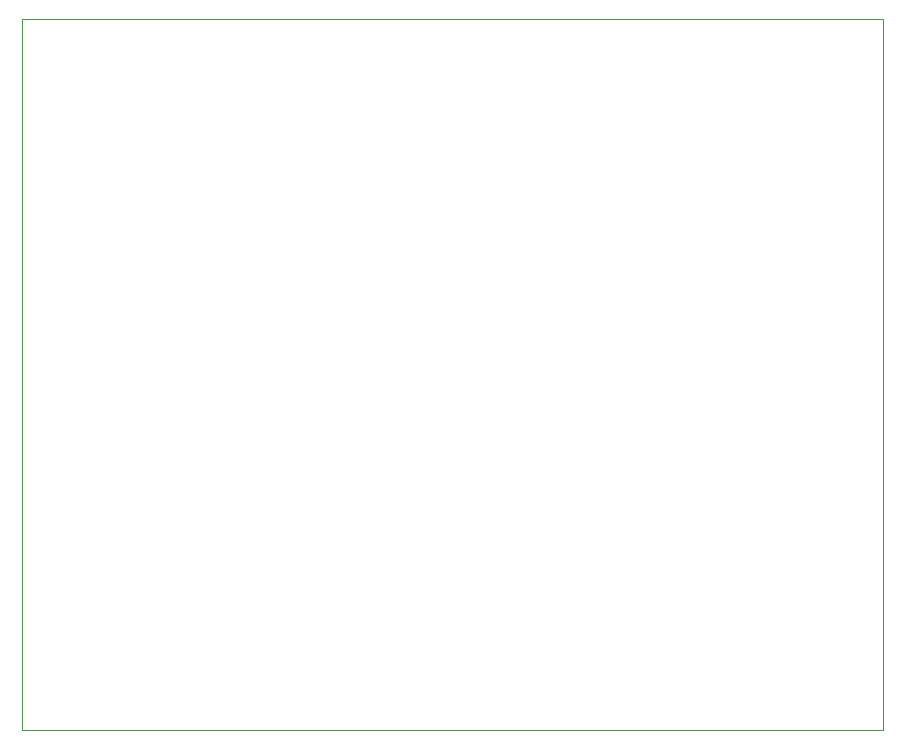
<source format=gbr>
%TF.GenerationSoftware,KiCad,Pcbnew,(6.0.1)*%
%TF.CreationDate,2022-07-28T11:00:42-05:00*%
%TF.ProjectId,proton_detector_amplifier,70726f74-6f6e-45f6-9465-746563746f72,rev?*%
%TF.SameCoordinates,Original*%
%TF.FileFunction,Profile,NP*%
%FSLAX46Y46*%
G04 Gerber Fmt 4.6, Leading zero omitted, Abs format (unit mm)*
G04 Created by KiCad (PCBNEW (6.0.1)) date 2022-07-28 11:00:42*
%MOMM*%
%LPD*%
G01*
G04 APERTURE LIST*
%TA.AperFunction,Profile*%
%ADD10C,0.100000*%
%TD*%
G04 APERTURE END LIST*
D10*
X27178000Y-94234000D02*
X100076000Y-94234000D01*
X100076000Y-94234000D02*
X100076000Y-34036000D01*
X100076000Y-34036000D02*
X27178000Y-34036000D01*
X27178000Y-34036000D02*
X27178000Y-94234000D01*
M02*

</source>
